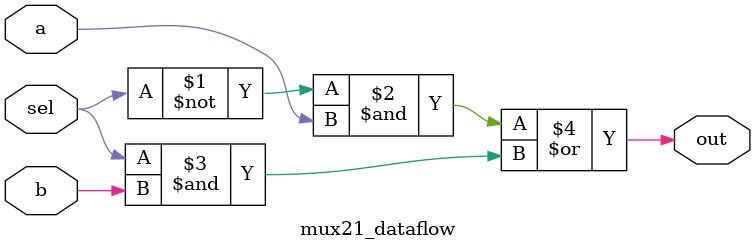
<source format=sv>
`timescale 1ns / 1ps


module mux21_dataflow(
    input logic a,
    input logic b,
    input logic sel,
    output logic out
    );
    
    assign out = ((~sel)&a) | (sel& b);
    
endmodule

</source>
